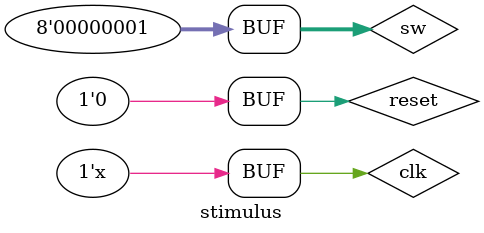
<source format=v>
`timescale 1ns / 1ps

`include "board.v"

module stimulus;

	// Outputs

	reg clk, reset;
	wire [7:0] led;
	reg [7:0]  sw;

	// Instantiate the Unit Under Test (UUT)
	board uut (
		.clk (clk),
		.reset (reset),
		.led (led),
		.sw (sw)
	);

	initial begin
		// Initialize Inputs
		reset = 1;
		clk   = 0;
		sw    = 1'b1;
		
		// Wait 20 ns for global reset to finish
		#20;
		// Add stimulus here
		reset = 0;

	end

	always begin
		#10 clk = ~clk;
	end
      
endmodule


</source>
